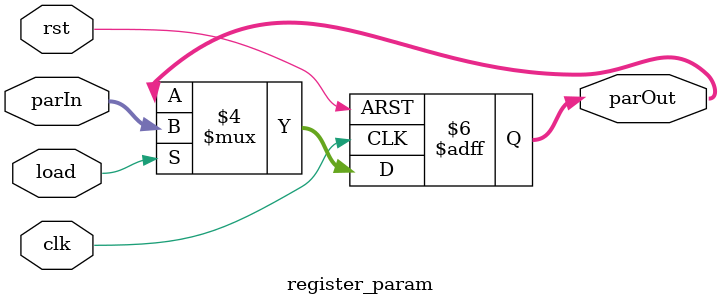
<source format=v>
module register_param #(
    parameter BIT_LENGTH = 2048
) (
    input clk, rst,
    input load,
    input [BIT_LENGTH - 1 : 0] parIn,
    output reg [BIT_LENGTH - 1 : 0] parOut
);

    always@(posedge clk, posedge rst) begin
        if (rst == 1)
            parOut <= 0;
        else begin
            if (load == 1)
                parOut <= parIn;
        end
    end

endmodule
</source>
